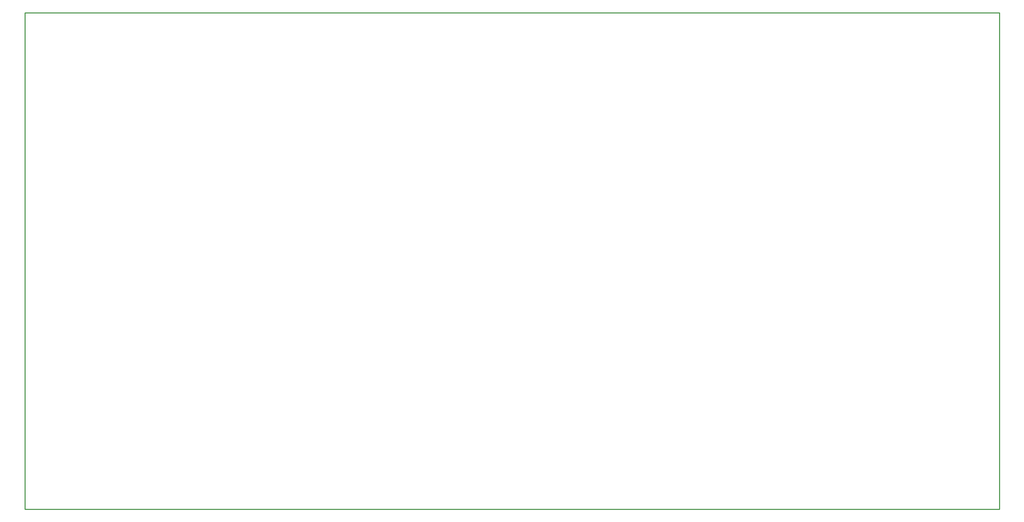
<source format=gko>
G04*
G04 #@! TF.GenerationSoftware,Altium Limited,Altium Designer,18.1.7 (191)*
G04*
G04 Layer_Color=16711935*
%FSLAX44Y44*%
%MOMM*%
G71*
G01*
G75*
%ADD16C,0.2540*%
D16*
X2450084Y0D02*
Y1250000D01*
X0D02*
X2450084D01*
X0Y0D02*
X2450084D01*
X0D02*
Y1250000D01*
M02*

</source>
